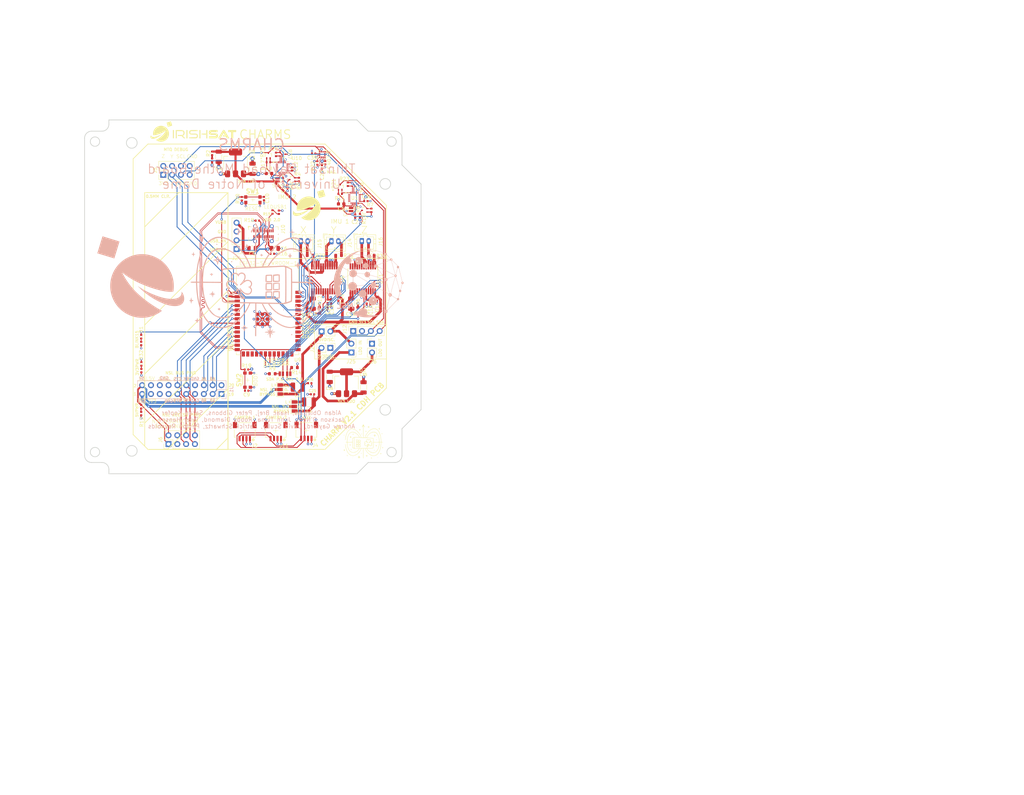
<source format=kicad_pcb>
(kicad_pcb
	(version 20240108)
	(generator "pcbnew")
	(generator_version "8.0")
	(general
		(thickness 1.600198)
		(legacy_teardrops no)
	)
	(paper "A4")
	(layers
		(0 "F.Cu" signal "Front")
		(1 "In1.Cu" power)
		(2 "In2.Cu" power)
		(31 "B.Cu" signal "Back")
		(34 "B.Paste" user)
		(35 "F.Paste" user)
		(36 "B.SilkS" user "B.Silkscreen")
		(37 "F.SilkS" user "F.Silkscreen")
		(38 "B.Mask" user)
		(39 "F.Mask" user)
		(44 "Edge.Cuts" user)
		(45 "Margin" user)
		(46 "B.CrtYd" user "B.Courtyard")
		(47 "F.CrtYd" user "F.Courtyard")
		(49 "F.Fab" user)
	)
	(setup
		(stackup
			(layer "F.SilkS"
				(type "Top Silk Screen")
			)
			(layer "F.Paste"
				(type "Top Solder Paste")
			)
			(layer "F.Mask"
				(type "Top Solder Mask")
				(thickness 0.01)
			)
			(layer "F.Cu"
				(type "copper")
				(thickness 0.035)
			)
			(layer "dielectric 1"
				(type "core")
				(thickness 0.480066)
				(material "FR4")
				(epsilon_r 4.5)
				(loss_tangent 0.02)
			)
			(layer "In1.Cu"
				(type "copper")
				(thickness 0.035)
			)
			(layer "dielectric 2"
				(type "prepreg")
				(thickness 0.480066)
				(material "FR4")
				(epsilon_r 4.5)
				(loss_tangent 0.02)
			)
			(layer "In2.Cu"
				(type "copper")
				(thickness 0.035)
			)
			(layer "dielectric 3"
				(type "core")
				(thickness 0.480066)
				(material "FR4")
				(epsilon_r 4.5)
				(loss_tangent 0.02)
			)
			(layer "B.Cu"
				(type "copper")
				(thickness 0.035)
			)
			(layer "B.Mask"
				(type "Bottom Solder Mask")
				(thickness 0.01)
			)
			(layer "B.Paste"
				(type "Bottom Solder Paste")
			)
			(layer "B.SilkS"
				(type "Bottom Silk Screen")
			)
			(copper_finish "None")
			(dielectric_constraints no)
		)
		(pad_to_mask_clearance 0)
		(solder_mask_min_width 0.1016)
		(allow_soldermask_bridges_in_footprints no)
		(pcbplotparams
			(layerselection 0x00010fc_ffffffff)
			(plot_on_all_layers_selection 0x0000000_00000000)
			(disableapertmacros no)
			(usegerberextensions no)
			(usegerberattributes yes)
			(usegerberadvancedattributes yes)
			(creategerberjobfile yes)
			(dashed_line_dash_ratio 12.000000)
			(dashed_line_gap_ratio 3.000000)
			(svgprecision 4)
			(plotframeref no)
			(viasonmask no)
			(mode 1)
			(useauxorigin no)
			(hpglpennumber 1)
			(hpglpenspeed 20)
			(hpglpendiameter 15.000000)
			(pdf_front_fp_property_popups yes)
			(pdf_back_fp_property_popups yes)
			(dxfpolygonmode yes)
			(dxfimperialunits yes)
			(dxfusepcbnewfont yes)
			(psnegative no)
			(psa4output no)
			(plotreference yes)
			(plotvalue yes)
			(plotfptext yes)
			(plotinvisibletext no)
			(sketchpadsonfab no)
			(subtractmaskfromsilk no)
			(outputformat 1)
			(mirror no)
			(drillshape 0)
			(scaleselection 1)
			(outputdirectory "charmv7parts/")
		)
	)
	(net 0 "")
	(net 1 "/1.8V")
	(net 2 "/SCL")
	(net 3 "/SDA")
	(net 4 "/LED_DEBUG")
	(net 5 "unconnected-(U9-IO45-Pad26)")
	(net 6 "GND")
	(net 7 "/REGOUT_1")
	(net 8 "unconnected-(U9-IO10-Pad18)")
	(net 9 "unconnected-(U9-IO9-Pad17)")
	(net 10 "unconnected-(U9-IO11-Pad19)")
	(net 11 "unconnected-(U9-IO36-Pad29)")
	(net 12 "/VUSB")
	(net 13 "Net-(J25-Pin_1)")
	(net 14 "/NSL_UART_RX")
	(net 15 "unconnected-(U9-IO35-Pad28)")
	(net 16 "/NSL_UART_RTS")
	(net 17 "/NSL_UART_CTS")
	(net 18 "Net-(LED1-A)")
	(net 19 "/NSL_UART_TX")
	(net 20 "Net-(J26-Pin_2)")
	(net 21 "unconnected-(J1-Pin_15-Pad15)")
	(net 22 "unconnected-(J10-SBU2-PadB8)")
	(net 23 "/3V3")
	(net 24 "/NSL_5V")
	(net 25 "/5V")
	(net 26 "unconnected-(J1-Pin_1-Pad1)")
	(net 27 "unconnected-(J10-TX1+-PadA2)")
	(net 28 "/NSL_3V3")
	(net 29 "Net-(J14-Pin_2)")
	(net 30 "unconnected-(J1-Pin_2-Pad2)")
	(net 31 "unconnected-(J10-RX2+-PadA11)")
	(net 32 "unconnected-(J10-RX1+-PadB11)")
	(net 33 "/D_N")
	(net 34 "/D_P")
	(net 35 "Net-(J10-CC1)")
	(net 36 "unconnected-(J10-TX2--PadB3)")
	(net 37 "unconnected-(J10-TX2+-PadB2)")
	(net 38 "Net-(J10-CC2)")
	(net 39 "unconnected-(J10-RX2--PadA10)")
	(net 40 "unconnected-(J10-TX1--PadA3)")
	(net 41 "unconnected-(J10-RX1--PadB10)")
	(net 42 "unconnected-(J10-SBU1-PadA8)")
	(net 43 "Net-(SJ1-A)")
	(net 44 "Net-(SJ2-A)")
	(net 45 "unconnected-(U5-NC-Pad2)")
	(net 46 "/BOOT")
	(net 47 "/RESET")
	(net 48 "unconnected-(J1-Pin_17-Pad17)")
	(net 49 "unconnected-(J1-Pin_18-Pad18)")
	(net 50 "/REGOUT_2")
	(net 51 "/INT1_2")
	(net 52 "/IMU_WAKEUP_2")
	(net 53 "/MAG_WAKEUP")
	(net 54 "unconnected-(U1-NC-Pad2)")
	(net 55 "Net-(U5-C1)")
	(net 56 "Net-(LED2-A)")
	(net 57 "/INT1_1")
	(net 58 "unconnected-(U1-RESV-Pad19)")
	(net 59 "unconnected-(U1-NC-Pad5)")
	(net 60 "unconnected-(U1-NC-Pad3)")
	(net 61 "unconnected-(U1-NC-Pad17)")
	(net 62 "unconnected-(U1-NC-Pad16)")
	(net 63 "unconnected-(U1-NC-Pad14)")
	(net 64 "unconnected-(U1-AUX_DA-Pad21)")
	(net 65 "unconnected-(U1-NC-Pad4)")
	(net 66 "unconnected-(U1-AUX_CL-Pad7)")
	(net 67 "unconnected-(U1-NC-Pad1)")
	(net 68 "unconnected-(U1-NC-Pad6)")
	(net 69 "unconnected-(U1-NC-Pad15)")
	(net 70 "unconnected-(U5-NC-Pad11)")
	(net 71 "unconnected-(U5-NC-Pad12)")
	(net 72 "unconnected-(U9-IO3-Pad15)")
	(net 73 "unconnected-(U9-IO46-Pad16)")
	(net 74 "Net-(LED4-A)")
	(net 75 "/A3")
	(net 76 "/A0")
	(net 77 "/A2")
	(net 78 "/A1")
	(net 79 "Net-(J14-Pin_1)")
	(net 80 "Net-(J15-Pin_2)")
	(net 81 "Net-(J15-Pin_1)")
	(net 82 "Net-(J16-Pin_1)")
	(net 83 "Net-(J16-Pin_2)")
	(net 84 "unconnected-(U11-BO1-Pad11)")
	(net 85 "unconnected-(U11-BO2-Pad7)")
	(net 86 "/DIR2_Z")
	(net 87 "/DIR1_Z")
	(net 88 "/PWM_Z")
	(net 89 "/STBY_ZA")
	(net 90 "/DIR1_X")
	(net 91 "/PWM_X")
	(net 92 "/DIR2_X")
	(net 93 "/STBY_XY")
	(net 94 "/PWM_Y")
	(net 95 "/DIR2_Y")
	(net 96 "/DIR1_Y")
	(net 97 "Net-(LED5-A)")
	(net 98 "Net-(R28-Pad1)")
	(net 99 "Net-(R29-Pad1)")
	(net 100 "Net-(R30-Pad1)")
	(net 101 "unconnected-(U11-BIN2-Pad16)")
	(net 102 "unconnected-(U10-NC-Pad5)")
	(net 103 "unconnected-(U10-NC-Pad16)")
	(net 104 "unconnected-(U10-AUX_CL-Pad7)")
	(net 105 "unconnected-(U10-RESV-Pad19)")
	(net 106 "unconnected-(U10-AUX_DA-Pad21)")
	(net 107 "unconnected-(U10-NC-Pad15)")
	(net 108 "unconnected-(U10-NC-Pad4)")
	(net 109 "unconnected-(U10-NC-Pad2)")
	(net 110 "unconnected-(U10-NC-Pad6)")
	(net 111 "unconnected-(U10-NC-Pad3)")
	(net 112 "unconnected-(U10-NC-Pad14)")
	(net 113 "unconnected-(U10-NC-Pad1)")
	(net 114 "unconnected-(U10-NC-Pad17)")
	(net 115 "/IMU_WAKEUP_1")
	(net 116 "/SDA_1V8_1")
	(net 117 "/SDA_1V8_2")
	(net 118 "/SCL_1V8_1")
	(net 119 "/SCL_1V8_2")
	(net 120 "/AD0_1")
	(net 121 "/AD0_2")
	(net 122 "unconnected-(U11-BIN1-Pad17)")
	(net 123 "unconnected-(U11-BO2-Pad7)_1")
	(net 124 "unconnected-(U11-BO1-Pad11)_1")
	(net 125 "unconnected-(U11-PWMB-Pad15)")
	(net 126 "Net-(J3-Pin_1)")
	(net 127 "Net-(J27-Pin_2)")
	(net 128 "Net-(JP1-A)")
	(net 129 "Net-(JP2-A)")
	(net 130 "Net-(LEDUSB1-A)")
	(footprint "Capacitor_SMD:C_0402_1005Metric" (layer "F.Cu") (at 85.6 53.65 -90))
	(footprint "Resistor_SMD:R_0603_1608Metric" (layer "F.Cu") (at 88 104.1555))
	(footprint "LED_SMD:LED_0402_1005Metric" (layer "F.Cu") (at 89.9 57.6 -90))
	(footprint "Resistor_SMD:R_0402_1005Metric" (layer "F.Cu") (at 116.562 57.05 90))
	(footprint "Capacitor_SMD:C_0402_1005Metric" (layer "F.Cu") (at 118.15 82.55 -90))
	(footprint "imagery:charmslogo" (layer "F.Cu") (at 114.2 123.95))
	(footprint "StockLib:JST04_1MM_RA" (layer "F.Cu") (at 89 120.55 180))
	(footprint "Capacitor_SMD:C_0603_1608Metric" (layer "F.Cu") (at 87.04 46.424 180))
	(footprint "Resistor_SMD:R_0402_1005Metric" (layer "F.Cu") (at 80.55 102.95 180))
	(footprint "Capacitor_SMD:C_0402_1005Metric" (layer "F.Cu") (at 115.2 83.4 -90))
	(footprint "StockLib:Jumper_NO_Small" (layer "F.Cu") (at 90.6 104.1555))
	(footprint "Resistor_SMD:R_0402_1005Metric" (layer "F.Cu") (at 109.774 49.528501 -90))
	(footprint "Resistor_SMD:R_0603_1608Metric"
		(layer "F.Cu")
		(uuid "2839c025-e0e0-4e5c-ac1f-2bb86ff05f33")
		(at 98.9 70.05 180)
		(descr "Resistor SMD 0603 (1608 Metric), square (rectangular) end terminal, IPC_7351 nominal, (Body size source: IPC-SM-782 page 72, https://www.pcb-3d.com/wordpress/wp-content/uploads/ipc-sm-782a_amendment_1_and_2.pdf), generated with kicad-footprint-generator")
		(tags "resistor")
		(property "Reference" "R29"
			(at -2.9 -0.05 0)
			(layer "F.SilkS")
			(uuid "b41c56b8-0879-48e5-b18a-6ebba9acfd7b")
			(effects
				(font
					(size 1 1)
					(thickness 0.15)
				)
			)
		)
		(property "Value" "0"
			(at 0 1.43 0)
			(layer "F.Fab")
			(uuid "360311fe-4cd8-4d2c-a440-64e3c5f4fc31")
			(effects
				(font
					(size 1 1)
					(thickness 0.15)
				)
			)
		)
		(property "Footprint" "Resistor_SMD:R_0603_1608Metric"
			(at 0 0 180)
			(unlocked yes)
			(layer "F.Fab")
			(hide yes)
			(uuid "5380a5b2-8d66-4650-97fc-865142c02932")
			(effects
				(font
					(size 1.27 1.27)
					(thickness 0.15)
				)
			)
		)
		(property "Datasheet" ""
			(at 0 0 180)
			(unlocked yes)
			(layer "F.Fab")
			(hide yes)
			(uuid "68d52f9b-df90-468c-98fd-82bbb1c2a824")
			(effects
				(font
					(size 1.27 1.27)
					(thickness 0.15)
				)
			)
		)
		(property "Description" "Resistor, US symbol"
			(at 0 0 180)
			(unlocked yes)
			(layer "F.Fab")
			(hide yes)
			(uuid "60b27dff-7dba-4fca-a3d2-5a9f81ec304d")
			(effects
				(font
					(size 1.27 1.27)
					(thickness 0.15)
				)
			)
		)
		(property "Part" ""
			(at 0 0 180)
			(unlocked yes)
			(layer "F.Fab")
			(hide yes)
			(uuid "62aeaa6b-1015-4b65-8cdc-984b331db57a")
			(effects
				(font
					(size 1 1)
					(thickness 0.15)
				)
			)
		)
		(property "Part Number" ""
			(at 0 0 180)
			(unlocked yes)
			(layer "F.Fab")
			(hide yes)
			(uuid "2966473c-4c6b-4bda-8c14-a140ca3629fd")
			(effects
				(font
					(size 1 1)
					(thickness 0.15)
				)
			)
		)
		(property "Sim.Device" ""
			(at 0 0 180)
			(unlocked yes)
			(layer "F.Fab")
			(hide yes)
			(uuid "213448ce-76d9-44c0-b618-c764eeb88560")
			(effects
				(font
					(size 1 1)
					(thickness 0.15)
				)
			)
		)
		(property "Sim.Pins" ""
			(at 0 0 180)
			(unlocked yes)
			(layer "F.Fab")
			(hide yes)
			(uuid "d1abd66d-5f6b-44e2-bcc8-b19b531e2681")
			(effects
				(font
					(size 1 1)
					(thickness 0.15)
				)
			)
		)
		(property ki_fp_filters "R_*")
		(path "/3b7818b7-0644-41f1-a0f4-1c853f7ebe16")
		(sheetname "Root")
		(sheetfile "CHARM_ESP32.kicad_sch")
		(attr smd)
		(fp_line
			(start -0.237258 0.5225)
			(end 0.237258 0.5225)
			(stroke
				(width 0.12)
				(type solid)
			)
			(layer "F.SilkS")
			(uuid "d19cc847-716d-4afe-8152-469a0e6f7c4f")
		)
		(fp_line
			(start -0.237258 -0.5225)
			(end 0.237258 -0.5225)
			(stroke
				(width 0.12)
				(type solid)
			)
			(layer "F.SilkS")
			(uuid "74c74f8c-7d4b-4816-9aac-ac0e80ab1420")
		)
		(fp_line
			(start 1.48 0.73)
			(end -1.48 0.73)
			(stroke
				(width 0.05)
				(type solid)
			)
			(layer "F.CrtYd")
			(uuid "062517ce-c205-4476-a1f8-63bfcfa22a70")
		)
		(fp_line
			(start 1.48 -0.73)
			(end 1.48 0.73)
			(stroke
				(width 0.05)
				(type solid)
			)
			(layer "F.CrtYd")
			(uuid "364c42d6-8446-4048-85ce-79d98ff85126")
		)
		(fp_line
			(start -1.48 0.73)
			(end -1.48 -0.73)
			(stroke
				(width 0.05)
				(type solid)
			)
			(layer "F.CrtYd")
			(uuid "6977c304-fcf6-49fe-ae1f-1500d1eae5c7")
		)
		(fp_line
			(start -1.48 -0.73)
			(end 1.48 -0.73)
			(stroke
				(width 0.05)
				(type solid)
			)
			(layer "F.CrtYd")
			(uuid "c0265c8d-cd71-4d68-a12e-9c9028283c92")
		)
		(fp_line
			(start 0.8 0.4125)
			(end -0.8 0.4125)
			(stroke
				(width 0.1)
				(type solid)
			)
			(layer "F.Fab")
			(uuid "36e0280e-6999-4d01-9f1e-c658d560ba52")
		)
		(fp_line
			(start 0.8 -0.4125)
			(end 0.8 0.4125)
			(stroke
				(width 0.1)
				(type solid)
			)
			(layer "F.Fab")
			(uuid "2dbaae51-7477-4f5c-891b-00802e8b2b09")
		)
		(fp_line
			(start -0.8 0.4125)
			(end -0.8 -0.4125)
			(stroke
				(width 0.1)
				(type solid)
			)
			(layer "F.Fab")
			(uuid "5edafe13-7070-499d-b3cb-037a4f13a83d"
... [1635328 chars truncated]
</source>
